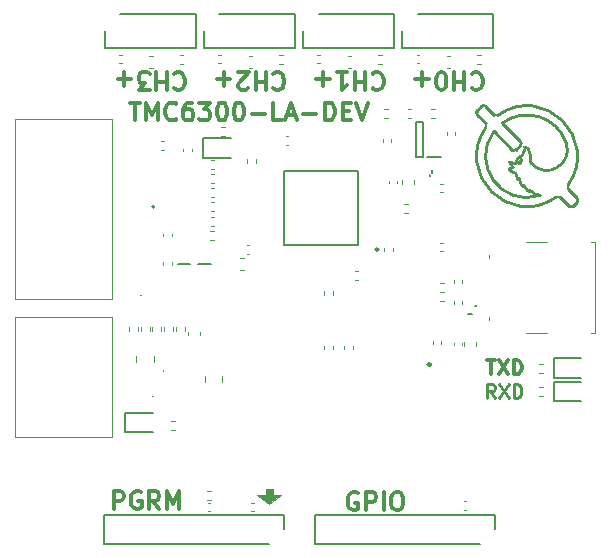
<source format=gbr>
%TF.GenerationSoftware,KiCad,Pcbnew,(6.0.7)*%
%TF.CreationDate,2022-10-13T18:06:46+02:00*%
%TF.ProjectId,TMC6300-dev,544d4336-3330-4302-9d64-65762e6b6963,rev?*%
%TF.SameCoordinates,Original*%
%TF.FileFunction,Legend,Top*%
%TF.FilePolarity,Positive*%
%FSLAX46Y46*%
G04 Gerber Fmt 4.6, Leading zero omitted, Abs format (unit mm)*
G04 Created by KiCad (PCBNEW (6.0.7)) date 2022-10-13 18:06:46*
%MOMM*%
%LPD*%
G01*
G04 APERTURE LIST*
%ADD10C,0.250000*%
%ADD11C,0.120000*%
%ADD12C,0.300000*%
%ADD13C,0.287500*%
%ADD14C,0.200000*%
%ADD15C,0.100000*%
G04 APERTURE END LIST*
D10*
X176734358Y-89882057D02*
X176626892Y-90202388D01*
X180702898Y-92076067D02*
G75*
G03*
X180729921Y-92397709I203802J-144833D01*
G01*
X174454971Y-86122759D02*
X173724229Y-85392016D01*
X180564123Y-88521558D02*
G75*
G03*
X175142957Y-86810744I-3325223J-1092242D01*
G01*
X173017122Y-86099123D02*
X173747865Y-86829865D01*
X180022780Y-93104850D02*
G75*
G03*
X179701197Y-93077825I-176780J-176750D01*
G01*
X176670536Y-88691876D02*
G75*
G03*
X176670540Y-88338327I-176736J176776D01*
G01*
X176504225Y-90161235D02*
X176734358Y-89882057D01*
X176670540Y-88338327D02*
X175142957Y-86810744D01*
X174435850Y-87517851D02*
X175963433Y-89045434D01*
X173774878Y-87151499D02*
G75*
G03*
X179701197Y-93077825I3464022J-2462301D01*
G01*
X177485301Y-92479571D02*
G75*
G03*
X177466782Y-92641832I172099J-101829D01*
G01*
X173017076Y-85745523D02*
G75*
G03*
X173017122Y-86099123I176824J-176777D01*
G01*
X173774812Y-87151453D02*
G75*
G03*
X173747865Y-86829865I-203712J144853D01*
G01*
X177485335Y-92479572D02*
G75*
G03*
X177949185Y-92844465I691665J401972D01*
G01*
X174435872Y-87517867D02*
G75*
G03*
X178362179Y-92928637I2803028J-2095933D01*
G01*
X176951184Y-92040408D02*
G75*
G03*
X176884388Y-92189431I133216J-149192D01*
G01*
X176745513Y-92028639D02*
G75*
G03*
X176884388Y-92189431I1888987J1491139D01*
G01*
X177486628Y-89334600D02*
G75*
G03*
X177524866Y-90034237I7561472J62400D01*
G01*
X176316986Y-89045434D02*
X176670540Y-88691880D01*
X181460636Y-93481977D02*
G75*
G03*
X181460664Y-93128451I-176736J176777D01*
G01*
X176951156Y-92040420D02*
G75*
G03*
X177282776Y-92528637I780944J173720D01*
G01*
X177524853Y-90034238D02*
G75*
G03*
X177613258Y-90233510I348447J35338D01*
G01*
X177613244Y-90233523D02*
G75*
G03*
X180564107Y-88521563I1294456J1167923D01*
G01*
X176576523Y-91463209D02*
G75*
G03*
X176467896Y-91585127I81977J-182391D01*
G01*
X180753557Y-93835558D02*
G75*
G03*
X181107111Y-93835558I176777J176778D01*
G01*
X174454929Y-86122801D02*
G75*
G03*
X174776589Y-86149749I176771J176801D01*
G01*
X175723072Y-90092595D02*
G75*
G03*
X176061368Y-90568631I802528J212095D01*
G01*
X180702954Y-92076107D02*
G75*
G03*
X174776589Y-86149749I-3464054J2462307D01*
G01*
X175963433Y-89045434D02*
G75*
G03*
X176316986Y-89045434I176777J176777D01*
G01*
X177486595Y-89334600D02*
G75*
G03*
X177029135Y-88818952I-524195J-4300D01*
G01*
D11*
G36*
X155700000Y-118300000D02*
G01*
X156400000Y-118300000D01*
X155400000Y-119100000D01*
X154400000Y-118300000D01*
X155100000Y-118300000D01*
X155100000Y-117800000D01*
X155700000Y-117800000D01*
X155700000Y-118300000D01*
G37*
X155700000Y-118300000D02*
X156400000Y-118300000D01*
X155400000Y-119100000D01*
X154400000Y-118300000D01*
X155100000Y-118300000D01*
X155100000Y-117800000D01*
X155700000Y-117800000D01*
X155700000Y-118300000D01*
D10*
X173370675Y-85392016D02*
X173017122Y-85745569D01*
X177029135Y-88818952D02*
X176827784Y-89537033D01*
X176282505Y-91047082D02*
G75*
G03*
X176467896Y-91585127I2351795J509382D01*
G01*
X176827805Y-89537086D02*
G75*
G03*
X176267469Y-90215996I345095J-855514D01*
G01*
X181107111Y-93835558D02*
X181460664Y-93482005D01*
X177282774Y-92528640D02*
G75*
G03*
X177466782Y-92641832I1351726J1991240D01*
G01*
X181460664Y-93128451D02*
X180729921Y-92397709D01*
X177949183Y-92844472D02*
G75*
G03*
X178362179Y-92928637I685217J2306972D01*
G01*
X175712954Y-90709240D02*
G75*
G03*
X176282497Y-91047084I687046J509240D01*
G01*
X176061364Y-90568617D02*
G75*
G03*
X175712954Y-90709240I363636J-1402883D01*
G01*
X176576518Y-91463174D02*
G75*
G03*
X176745515Y-92028637I796882J-69826D01*
G01*
X176626892Y-90202388D02*
X176504225Y-90161235D01*
X173724229Y-85392016D02*
G75*
G03*
X173370675Y-85392016I-176777J-176778D01*
G01*
X180022815Y-93104815D02*
X180753557Y-93835558D01*
X176267469Y-90215996D02*
X175723069Y-90092596D01*
D12*
X162900000Y-118150000D02*
X162757142Y-118078571D01*
X162542857Y-118078571D01*
X162328571Y-118150000D01*
X162185714Y-118292857D01*
X162114285Y-118435714D01*
X162042857Y-118721428D01*
X162042857Y-118935714D01*
X162114285Y-119221428D01*
X162185714Y-119364285D01*
X162328571Y-119507142D01*
X162542857Y-119578571D01*
X162685714Y-119578571D01*
X162900000Y-119507142D01*
X162971428Y-119435714D01*
X162971428Y-118935714D01*
X162685714Y-118935714D01*
X163614285Y-119578571D02*
X163614285Y-118078571D01*
X164185714Y-118078571D01*
X164328571Y-118150000D01*
X164400000Y-118221428D01*
X164471428Y-118364285D01*
X164471428Y-118578571D01*
X164400000Y-118721428D01*
X164328571Y-118792857D01*
X164185714Y-118864285D01*
X163614285Y-118864285D01*
X165114285Y-119578571D02*
X165114285Y-118078571D01*
X166114285Y-118078571D02*
X166400000Y-118078571D01*
X166542857Y-118150000D01*
X166685714Y-118292857D01*
X166757142Y-118578571D01*
X166757142Y-119078571D01*
X166685714Y-119364285D01*
X166542857Y-119507142D01*
X166400000Y-119578571D01*
X166114285Y-119578571D01*
X165971428Y-119507142D01*
X165828571Y-119364285D01*
X165757142Y-119078571D01*
X165757142Y-118578571D01*
X165828571Y-118292857D01*
X165971428Y-118150000D01*
X166114285Y-118078571D01*
X155764285Y-82664285D02*
X155835714Y-82592857D01*
X156050000Y-82521428D01*
X156192857Y-82521428D01*
X156407142Y-82592857D01*
X156550000Y-82735714D01*
X156621428Y-82878571D01*
X156692857Y-83164285D01*
X156692857Y-83378571D01*
X156621428Y-83664285D01*
X156550000Y-83807142D01*
X156407142Y-83950000D01*
X156192857Y-84021428D01*
X156050000Y-84021428D01*
X155835714Y-83950000D01*
X155764285Y-83878571D01*
X155121428Y-82521428D02*
X155121428Y-84021428D01*
X155121428Y-83307142D02*
X154264285Y-83307142D01*
X154264285Y-82521428D02*
X154264285Y-84021428D01*
X153621428Y-83878571D02*
X153550000Y-83950000D01*
X153407142Y-84021428D01*
X153050000Y-84021428D01*
X152907142Y-83950000D01*
X152835714Y-83878571D01*
X152764285Y-83735714D01*
X152764285Y-83592857D01*
X152835714Y-83378571D01*
X153692857Y-82521428D01*
X152764285Y-82521428D01*
X152121428Y-83092857D02*
X150978571Y-83092857D01*
X151550000Y-82521428D02*
X151550000Y-83664285D01*
X172564285Y-82664285D02*
X172635714Y-82592857D01*
X172850000Y-82521428D01*
X172992857Y-82521428D01*
X173207142Y-82592857D01*
X173350000Y-82735714D01*
X173421428Y-82878571D01*
X173492857Y-83164285D01*
X173492857Y-83378571D01*
X173421428Y-83664285D01*
X173350000Y-83807142D01*
X173207142Y-83950000D01*
X172992857Y-84021428D01*
X172850000Y-84021428D01*
X172635714Y-83950000D01*
X172564285Y-83878571D01*
X171921428Y-82521428D02*
X171921428Y-84021428D01*
X171921428Y-83307142D02*
X171064285Y-83307142D01*
X171064285Y-82521428D02*
X171064285Y-84021428D01*
X170064285Y-84021428D02*
X169921428Y-84021428D01*
X169778571Y-83950000D01*
X169707142Y-83878571D01*
X169635714Y-83735714D01*
X169564285Y-83450000D01*
X169564285Y-83092857D01*
X169635714Y-82807142D01*
X169707142Y-82664285D01*
X169778571Y-82592857D01*
X169921428Y-82521428D01*
X170064285Y-82521428D01*
X170207142Y-82592857D01*
X170278571Y-82664285D01*
X170350000Y-82807142D01*
X170421428Y-83092857D01*
X170421428Y-83450000D01*
X170350000Y-83735714D01*
X170278571Y-83878571D01*
X170207142Y-83950000D01*
X170064285Y-84021428D01*
X168921428Y-83092857D02*
X167778571Y-83092857D01*
X168350000Y-82521428D02*
X168350000Y-83664285D01*
X164164285Y-82664285D02*
X164235714Y-82592857D01*
X164450000Y-82521428D01*
X164592857Y-82521428D01*
X164807142Y-82592857D01*
X164950000Y-82735714D01*
X165021428Y-82878571D01*
X165092857Y-83164285D01*
X165092857Y-83378571D01*
X165021428Y-83664285D01*
X164950000Y-83807142D01*
X164807142Y-83950000D01*
X164592857Y-84021428D01*
X164450000Y-84021428D01*
X164235714Y-83950000D01*
X164164285Y-83878571D01*
X163521428Y-82521428D02*
X163521428Y-84021428D01*
X163521428Y-83307142D02*
X162664285Y-83307142D01*
X162664285Y-82521428D02*
X162664285Y-84021428D01*
X161164285Y-82521428D02*
X162021428Y-82521428D01*
X161592857Y-82521428D02*
X161592857Y-84021428D01*
X161735714Y-83807142D01*
X161878571Y-83664285D01*
X162021428Y-83592857D01*
X160521428Y-83092857D02*
X159378571Y-83092857D01*
X159950000Y-82521428D02*
X159950000Y-83664285D01*
D13*
X174523333Y-110092857D02*
X174140000Y-109521428D01*
X173866190Y-110092857D02*
X173866190Y-108892857D01*
X174304285Y-108892857D01*
X174413809Y-108950000D01*
X174468571Y-109007142D01*
X174523333Y-109121428D01*
X174523333Y-109292857D01*
X174468571Y-109407142D01*
X174413809Y-109464285D01*
X174304285Y-109521428D01*
X173866190Y-109521428D01*
X174906666Y-108892857D02*
X175673333Y-110092857D01*
X175673333Y-108892857D02*
X174906666Y-110092857D01*
X176111428Y-110092857D02*
X176111428Y-108892857D01*
X176385238Y-108892857D01*
X176549523Y-108950000D01*
X176659047Y-109064285D01*
X176713809Y-109178571D01*
X176768571Y-109407142D01*
X176768571Y-109578571D01*
X176713809Y-109807142D01*
X176659047Y-109921428D01*
X176549523Y-110035714D01*
X176385238Y-110092857D01*
X176111428Y-110092857D01*
D12*
X143628571Y-85078571D02*
X144485714Y-85078571D01*
X144057142Y-86578571D02*
X144057142Y-85078571D01*
X144985714Y-86578571D02*
X144985714Y-85078571D01*
X145485714Y-86150000D01*
X145985714Y-85078571D01*
X145985714Y-86578571D01*
X147557142Y-86435714D02*
X147485714Y-86507142D01*
X147271428Y-86578571D01*
X147128571Y-86578571D01*
X146914285Y-86507142D01*
X146771428Y-86364285D01*
X146700000Y-86221428D01*
X146628571Y-85935714D01*
X146628571Y-85721428D01*
X146700000Y-85435714D01*
X146771428Y-85292857D01*
X146914285Y-85150000D01*
X147128571Y-85078571D01*
X147271428Y-85078571D01*
X147485714Y-85150000D01*
X147557142Y-85221428D01*
X148842857Y-85078571D02*
X148557142Y-85078571D01*
X148414285Y-85150000D01*
X148342857Y-85221428D01*
X148200000Y-85435714D01*
X148128571Y-85721428D01*
X148128571Y-86292857D01*
X148200000Y-86435714D01*
X148271428Y-86507142D01*
X148414285Y-86578571D01*
X148700000Y-86578571D01*
X148842857Y-86507142D01*
X148914285Y-86435714D01*
X148985714Y-86292857D01*
X148985714Y-85935714D01*
X148914285Y-85792857D01*
X148842857Y-85721428D01*
X148700000Y-85650000D01*
X148414285Y-85650000D01*
X148271428Y-85721428D01*
X148200000Y-85792857D01*
X148128571Y-85935714D01*
X149485714Y-85078571D02*
X150414285Y-85078571D01*
X149914285Y-85650000D01*
X150128571Y-85650000D01*
X150271428Y-85721428D01*
X150342857Y-85792857D01*
X150414285Y-85935714D01*
X150414285Y-86292857D01*
X150342857Y-86435714D01*
X150271428Y-86507142D01*
X150128571Y-86578571D01*
X149700000Y-86578571D01*
X149557142Y-86507142D01*
X149485714Y-86435714D01*
X151342857Y-85078571D02*
X151485714Y-85078571D01*
X151628571Y-85150000D01*
X151700000Y-85221428D01*
X151771428Y-85364285D01*
X151842857Y-85650000D01*
X151842857Y-86007142D01*
X151771428Y-86292857D01*
X151700000Y-86435714D01*
X151628571Y-86507142D01*
X151485714Y-86578571D01*
X151342857Y-86578571D01*
X151200000Y-86507142D01*
X151128571Y-86435714D01*
X151057142Y-86292857D01*
X150985714Y-86007142D01*
X150985714Y-85650000D01*
X151057142Y-85364285D01*
X151128571Y-85221428D01*
X151200000Y-85150000D01*
X151342857Y-85078571D01*
X152771428Y-85078571D02*
X152914285Y-85078571D01*
X153057142Y-85150000D01*
X153128571Y-85221428D01*
X153200000Y-85364285D01*
X153271428Y-85650000D01*
X153271428Y-86007142D01*
X153200000Y-86292857D01*
X153128571Y-86435714D01*
X153057142Y-86507142D01*
X152914285Y-86578571D01*
X152771428Y-86578571D01*
X152628571Y-86507142D01*
X152557142Y-86435714D01*
X152485714Y-86292857D01*
X152414285Y-86007142D01*
X152414285Y-85650000D01*
X152485714Y-85364285D01*
X152557142Y-85221428D01*
X152628571Y-85150000D01*
X152771428Y-85078571D01*
X153914285Y-86007142D02*
X155057142Y-86007142D01*
X156485714Y-86578571D02*
X155771428Y-86578571D01*
X155771428Y-85078571D01*
X156914285Y-86150000D02*
X157628571Y-86150000D01*
X156771428Y-86578571D02*
X157271428Y-85078571D01*
X157771428Y-86578571D01*
X158271428Y-86007142D02*
X159414285Y-86007142D01*
X160128571Y-86578571D02*
X160128571Y-85078571D01*
X160485714Y-85078571D01*
X160700000Y-85150000D01*
X160842857Y-85292857D01*
X160914285Y-85435714D01*
X160985714Y-85721428D01*
X160985714Y-85935714D01*
X160914285Y-86221428D01*
X160842857Y-86364285D01*
X160700000Y-86507142D01*
X160485714Y-86578571D01*
X160128571Y-86578571D01*
X161628571Y-85792857D02*
X162128571Y-85792857D01*
X162342857Y-86578571D02*
X161628571Y-86578571D01*
X161628571Y-85078571D01*
X162342857Y-85078571D01*
X162771428Y-85078571D02*
X163271428Y-86578571D01*
X163771428Y-85078571D01*
X147364285Y-82664285D02*
X147435714Y-82592857D01*
X147650000Y-82521428D01*
X147792857Y-82521428D01*
X148007142Y-82592857D01*
X148150000Y-82735714D01*
X148221428Y-82878571D01*
X148292857Y-83164285D01*
X148292857Y-83378571D01*
X148221428Y-83664285D01*
X148150000Y-83807142D01*
X148007142Y-83950000D01*
X147792857Y-84021428D01*
X147650000Y-84021428D01*
X147435714Y-83950000D01*
X147364285Y-83878571D01*
X146721428Y-82521428D02*
X146721428Y-84021428D01*
X146721428Y-83307142D02*
X145864285Y-83307142D01*
X145864285Y-82521428D02*
X145864285Y-84021428D01*
X145292857Y-84021428D02*
X144364285Y-84021428D01*
X144864285Y-83450000D01*
X144650000Y-83450000D01*
X144507142Y-83378571D01*
X144435714Y-83307142D01*
X144364285Y-83164285D01*
X144364285Y-82807142D01*
X144435714Y-82664285D01*
X144507142Y-82592857D01*
X144650000Y-82521428D01*
X145078571Y-82521428D01*
X145221428Y-82592857D01*
X145292857Y-82664285D01*
X143721428Y-83092857D02*
X142578571Y-83092857D01*
X143150000Y-82521428D02*
X143150000Y-83664285D01*
X173885714Y-106892857D02*
X174571428Y-106892857D01*
X174228571Y-108092857D02*
X174228571Y-106892857D01*
X174857142Y-106892857D02*
X175657142Y-108092857D01*
X175657142Y-106892857D02*
X174857142Y-108092857D01*
X176114285Y-108092857D02*
X176114285Y-106892857D01*
X176400000Y-106892857D01*
X176571428Y-106950000D01*
X176685714Y-107064285D01*
X176742857Y-107178571D01*
X176800000Y-107407142D01*
X176800000Y-107578571D01*
X176742857Y-107807142D01*
X176685714Y-107921428D01*
X176571428Y-108035714D01*
X176400000Y-108092857D01*
X176114285Y-108092857D01*
X142250000Y-119478571D02*
X142250000Y-117978571D01*
X142821428Y-117978571D01*
X142964285Y-118050000D01*
X143035714Y-118121428D01*
X143107142Y-118264285D01*
X143107142Y-118478571D01*
X143035714Y-118621428D01*
X142964285Y-118692857D01*
X142821428Y-118764285D01*
X142250000Y-118764285D01*
X144535714Y-118050000D02*
X144392857Y-117978571D01*
X144178571Y-117978571D01*
X143964285Y-118050000D01*
X143821428Y-118192857D01*
X143750000Y-118335714D01*
X143678571Y-118621428D01*
X143678571Y-118835714D01*
X143750000Y-119121428D01*
X143821428Y-119264285D01*
X143964285Y-119407142D01*
X144178571Y-119478571D01*
X144321428Y-119478571D01*
X144535714Y-119407142D01*
X144607142Y-119335714D01*
X144607142Y-118835714D01*
X144321428Y-118835714D01*
X146107142Y-119478571D02*
X145607142Y-118764285D01*
X145250000Y-119478571D02*
X145250000Y-117978571D01*
X145821428Y-117978571D01*
X145964285Y-118050000D01*
X146035714Y-118121428D01*
X146107142Y-118264285D01*
X146107142Y-118478571D01*
X146035714Y-118621428D01*
X145964285Y-118692857D01*
X145821428Y-118764285D01*
X145250000Y-118764285D01*
X146750000Y-119478571D02*
X146750000Y-117978571D01*
X147250000Y-119050000D01*
X147750000Y-117978571D01*
X147750000Y-119478571D01*
D11*
%TO.C,C105*%
X153940580Y-81090000D02*
X153659420Y-81090000D01*
X153940580Y-82110000D02*
X153659420Y-82110000D01*
D14*
%TO.C,FB101*%
X172250000Y-103000000D02*
X172550000Y-103000000D01*
D11*
%TO.C,R126*%
X170203641Y-101120000D02*
X169896359Y-101120000D01*
X170203641Y-101880000D02*
X169896359Y-101880000D01*
%TO.C,C110*%
X142692164Y-81760000D02*
X142907836Y-81760000D01*
X142692164Y-81040000D02*
X142907836Y-81040000D01*
%TO.C,R115*%
X160780000Y-101046359D02*
X160780000Y-101353641D01*
X160020000Y-101046359D02*
X160020000Y-101353641D01*
%TO.C,R109*%
X169453641Y-85620000D02*
X169146359Y-85620000D01*
X169453641Y-86380000D02*
X169146359Y-86380000D01*
%TO.C,C109*%
X151092164Y-81040000D02*
X151307836Y-81040000D01*
X151092164Y-81760000D02*
X151307836Y-81760000D01*
%TO.C,C120*%
X150192164Y-119660000D02*
X150407836Y-119660000D01*
X150192164Y-118940000D02*
X150407836Y-118940000D01*
%TO.C,C107*%
X167892164Y-81040000D02*
X168107836Y-81040000D01*
X167892164Y-81760000D02*
X168107836Y-81760000D01*
%TO.C,R114*%
X147096359Y-112830000D02*
X147403641Y-112830000D01*
X147096359Y-112070000D02*
X147403641Y-112070000D01*
%TO.C,R107*%
X148280000Y-104403641D02*
X148280000Y-104096359D01*
X147520000Y-104403641D02*
X147520000Y-104096359D01*
%TO.C,C131*%
X156792164Y-88660000D02*
X157007836Y-88660000D01*
X156792164Y-87940000D02*
X157007836Y-87940000D01*
%TO.C,C106*%
X145540580Y-81090000D02*
X145259420Y-81090000D01*
X145540580Y-82110000D02*
X145259420Y-82110000D01*
%TO.C,C117*%
X149560000Y-104509420D02*
X149560000Y-104790580D01*
X148540000Y-104509420D02*
X148540000Y-104790580D01*
%TO.C,C118*%
X154127836Y-119660000D02*
X153912164Y-119660000D01*
X154127836Y-118940000D02*
X153912164Y-118940000D01*
%TO.C,C135*%
X166260000Y-91692164D02*
X166260000Y-91907836D01*
X165540000Y-91692164D02*
X165540000Y-91907836D01*
%TO.C,R117*%
X165453641Y-85620000D02*
X165146359Y-85620000D01*
X165453641Y-86380000D02*
X165146359Y-86380000D01*
%TO.C,R113*%
X150443641Y-117920000D02*
X150136359Y-117920000D01*
X150443641Y-118680000D02*
X150136359Y-118680000D01*
%TO.C,C127*%
X169240000Y-105507836D02*
X169240000Y-105292164D01*
X169960000Y-105507836D02*
X169960000Y-105292164D01*
%TO.C,R120*%
X150426359Y-95920000D02*
X150733641Y-95920000D01*
X150426359Y-96680000D02*
X150733641Y-96680000D01*
D10*
%TO.C,IC104*%
X169100000Y-107250000D02*
G75*
G03*
X169100000Y-107250000I-125000J0D01*
G01*
D11*
%TO.C,C101*%
X146440000Y-96407836D02*
X146440000Y-96192164D01*
X147160000Y-96407836D02*
X147160000Y-96192164D01*
D14*
%TO.C,J104*%
X149200000Y-77575000D02*
X142800000Y-77575000D01*
X141480000Y-80425000D02*
X149200000Y-80425000D01*
X149200000Y-80425000D02*
X149200000Y-77575000D01*
X141480000Y-79000000D02*
X141480000Y-80425000D01*
D11*
%TO.C,R129*%
X160020000Y-105953641D02*
X160020000Y-105646359D01*
X160780000Y-105953641D02*
X160780000Y-105646359D01*
D14*
%TO.C,Y101*%
X169000000Y-91200000D02*
X169000000Y-91200000D01*
X169000000Y-91200000D02*
X169000000Y-91200000D01*
X169000000Y-91300000D02*
X169000000Y-91300000D01*
X169000000Y-91200000D02*
G75*
G03*
X169000000Y-91300000I0J-50000D01*
G01*
X169000000Y-91300000D02*
G75*
G03*
X169000000Y-91200000I0J50000D01*
G01*
X169000000Y-91200000D02*
G75*
G03*
X169000000Y-91300000I0J-50000D01*
G01*
D11*
%TO.C,R121*%
X150446359Y-95480000D02*
X150753641Y-95480000D01*
X150446359Y-94720000D02*
X150753641Y-94720000D01*
%TO.C,C122*%
X172107836Y-119560000D02*
X171892164Y-119560000D01*
X172107836Y-118840000D02*
X171892164Y-118840000D01*
%TO.C,C102*%
X146440000Y-98592164D02*
X146440000Y-98807836D01*
X147160000Y-98592164D02*
X147160000Y-98807836D01*
%TO.C,R105*%
X151653641Y-87880000D02*
X151346359Y-87880000D01*
X151653641Y-87120000D02*
X151346359Y-87120000D01*
%TO.C,C126*%
X171760000Y-105392164D02*
X171760000Y-105607836D01*
X171040000Y-105392164D02*
X171040000Y-105607836D01*
D14*
%TO.C,J101*%
X174400000Y-80425000D02*
X174400000Y-77575000D01*
X166680000Y-79000000D02*
X166680000Y-80425000D01*
X174400000Y-77575000D02*
X168000000Y-77575000D01*
X166680000Y-80425000D02*
X174400000Y-80425000D01*
D11*
%TO.C,C104*%
X162340580Y-81090000D02*
X162059420Y-81090000D01*
X162340580Y-82110000D02*
X162059420Y-82110000D01*
D15*
%TO.C,J107*%
X133900000Y-113380000D02*
X133900000Y-103220000D01*
X142100000Y-113380000D02*
X133900000Y-113380000D01*
X142100000Y-103220000D02*
X142100000Y-113380000D01*
X133900000Y-103220000D02*
X142100000Y-103220000D01*
D14*
%TO.C,C111*%
X148725000Y-98700000D02*
X147675000Y-98700000D01*
D11*
%TO.C,C115*%
X146292164Y-88340000D02*
X146507836Y-88340000D01*
X146292164Y-89060000D02*
X146507836Y-89060000D01*
D14*
%TO.C,LED103*%
X179525000Y-110375000D02*
X181850000Y-110375000D01*
X181850000Y-108725000D02*
X179525000Y-108725000D01*
X179525000Y-108725000D02*
X179525000Y-110375000D01*
D11*
%TO.C,R116*%
X167453641Y-86380000D02*
X167146359Y-86380000D01*
X167453641Y-85620000D02*
X167146359Y-85620000D01*
D14*
%TO.C,IC105*%
X156650000Y-97150000D02*
X156650000Y-90850000D01*
X162950000Y-90850000D02*
X162950000Y-97150000D01*
X156650000Y-90850000D02*
X162950000Y-90850000D01*
X162950000Y-97150000D02*
X156650000Y-97150000D01*
D10*
X164650000Y-97500000D02*
G75*
G03*
X164650000Y-97500000I-125000J0D01*
G01*
D14*
%TO.C,J106*%
X155400000Y-122405000D02*
X141430000Y-122405000D01*
X156670000Y-119995000D02*
X156670000Y-121200000D01*
X141430000Y-119995000D02*
X156670000Y-119995000D01*
X141430000Y-122405000D02*
X141430000Y-119995000D01*
D11*
%TO.C,R123*%
X150446359Y-92320000D02*
X150753641Y-92320000D01*
X150446359Y-93080000D02*
X150753641Y-93080000D01*
%TO.C,C119*%
X170440000Y-87807836D02*
X170440000Y-87592164D01*
X171160000Y-87807836D02*
X171160000Y-87592164D01*
%TO.C,R110*%
X145520000Y-104403641D02*
X145520000Y-104096359D01*
X146280000Y-104403641D02*
X146280000Y-104096359D01*
%TO.C,C125*%
X169892164Y-91940000D02*
X170107836Y-91940000D01*
X169892164Y-92660000D02*
X170107836Y-92660000D01*
%TO.C,C133*%
X165860000Y-97392164D02*
X165860000Y-97607836D01*
X165140000Y-97392164D02*
X165140000Y-97607836D01*
D14*
%TO.C,R108*%
X144575000Y-101400000D02*
G75*
G03*
X144575000Y-101400000I-50000J0D01*
G01*
D11*
%TO.C,R106*%
X146520000Y-104096359D02*
X146520000Y-104403641D01*
X147280000Y-104096359D02*
X147280000Y-104403641D01*
D15*
%TO.C,J105*%
X142100000Y-86480000D02*
X142100000Y-101720000D01*
X133900000Y-86480000D02*
X142100000Y-86480000D01*
X133900000Y-101720000D02*
X133900000Y-86480000D01*
X142100000Y-101720000D02*
X133900000Y-101720000D01*
D11*
%TO.C,C121*%
X165735000Y-88407836D02*
X165735000Y-88192164D01*
X165015000Y-88407836D02*
X165015000Y-88192164D01*
D14*
%TO.C,J103*%
X149880000Y-80425000D02*
X157600000Y-80425000D01*
X149880000Y-79000000D02*
X149880000Y-80425000D01*
X157600000Y-77575000D02*
X151200000Y-77575000D01*
X157600000Y-80425000D02*
X157600000Y-77575000D01*
D11*
%TO.C,C132*%
X153707836Y-97140000D02*
X153492164Y-97140000D01*
X153707836Y-97860000D02*
X153492164Y-97860000D01*
D14*
%TO.C,IC101*%
X145700000Y-93900000D02*
G75*
G03*
X145700000Y-93900000I-100000J0D01*
G01*
D11*
%TO.C,C124*%
X171040000Y-100307836D02*
X171040000Y-100092164D01*
X171760000Y-100307836D02*
X171760000Y-100092164D01*
%TO.C,R102*%
X164646359Y-81780000D02*
X164953641Y-81780000D01*
X164646359Y-81020000D02*
X164953641Y-81020000D01*
%TO.C,C130*%
X169892164Y-97660000D02*
X170107836Y-97660000D01*
X169892164Y-96940000D02*
X170107836Y-96940000D01*
D14*
%TO.C,IC103*%
X167800000Y-89650000D02*
X167800000Y-86750000D01*
X168400000Y-89650000D02*
X167800000Y-89650000D01*
X167800000Y-86750000D02*
X168400000Y-86750000D01*
X169950000Y-89700000D02*
X168750000Y-89700000D01*
X168400000Y-86750000D02*
X168400000Y-89650000D01*
%TO.C,LED102*%
X179525000Y-108375000D02*
X181850000Y-108375000D01*
X179525000Y-106725000D02*
X179525000Y-108375000D01*
X181850000Y-106725000D02*
X179525000Y-106725000D01*
D15*
%TO.C,J109*%
X183000000Y-104550000D02*
X183000000Y-104550000D01*
X177150000Y-104550000D02*
X177150000Y-104550000D01*
X178900000Y-96850000D02*
X177150000Y-96850000D01*
X182650000Y-104550000D02*
X183000000Y-104550000D01*
X178900000Y-104550000D02*
X177150000Y-104550000D01*
X174000000Y-97950000D02*
X174000000Y-97950000D01*
X183000000Y-96850000D02*
X183000000Y-104550000D01*
X177150000Y-104550000D02*
X178900000Y-104550000D01*
X177150000Y-96850000D02*
X178900000Y-96850000D01*
X178900000Y-104550000D02*
X178900000Y-104550000D01*
X182650000Y-104550000D02*
X182650000Y-104550000D01*
D14*
X172950000Y-102300000D02*
X172950000Y-102300000D01*
D15*
X183000000Y-96850000D02*
X183000000Y-96850000D01*
X182650000Y-96850000D02*
X182650000Y-96850000D01*
X177150000Y-96850000D02*
X177150000Y-96850000D01*
X183000000Y-104550000D02*
X183000000Y-96850000D01*
X174000000Y-97950000D02*
X174000000Y-98200000D01*
X178900000Y-96850000D02*
X178900000Y-96850000D01*
X183000000Y-96850000D02*
X182650000Y-96850000D01*
X182650000Y-96850000D02*
X183000000Y-96850000D01*
X174000000Y-103200000D02*
X174000000Y-103450000D01*
X174000000Y-98200000D02*
X174000000Y-97950000D01*
X174000000Y-103450000D02*
X174000000Y-103200000D01*
D14*
X172850000Y-102300000D02*
X172850000Y-102300000D01*
D15*
X183000000Y-96850000D02*
X183000000Y-96850000D01*
X183000000Y-104550000D02*
X182650000Y-104550000D01*
X183000000Y-104550000D02*
X183000000Y-104550000D01*
X174000000Y-103450000D02*
X174000000Y-103450000D01*
D14*
X172950000Y-102300000D02*
X172950000Y-102300000D01*
D15*
X174000000Y-98200000D02*
X174000000Y-98200000D01*
X174000000Y-103200000D02*
X174000000Y-103200000D01*
D14*
X172950000Y-102300000D02*
G75*
G03*
X172850000Y-102300000I-50000J0D01*
G01*
X172950000Y-102300000D02*
G75*
G03*
X172850000Y-102300000I-50000J0D01*
G01*
X172850000Y-102300000D02*
G75*
G03*
X172950000Y-102300000I50000J0D01*
G01*
D11*
%TO.C,C108*%
X159492164Y-81040000D02*
X159707836Y-81040000D01*
X159492164Y-81760000D02*
X159707836Y-81760000D01*
D14*
%TO.C,LED104*%
X149825000Y-89725000D02*
X152150000Y-89725000D01*
X149825000Y-88075000D02*
X149825000Y-89725000D01*
X152150000Y-88075000D02*
X149825000Y-88075000D01*
D11*
%TO.C,R128*%
X167153641Y-93620000D02*
X166846359Y-93620000D01*
X167153641Y-94380000D02*
X166846359Y-94380000D01*
D15*
%TO.C,IC102*%
X146400000Y-107700000D02*
X146400000Y-107700000D01*
X146400000Y-107800000D02*
X146400000Y-107800000D01*
X146400000Y-107700000D02*
G75*
G03*
X146400000Y-107800000I0J-50000D01*
G01*
X146400000Y-107800000D02*
G75*
G03*
X146400000Y-107700000I0J50000D01*
G01*
D11*
%TO.C,R112*%
X145280000Y-104096359D02*
X145280000Y-104403641D01*
X144520000Y-104096359D02*
X144520000Y-104403641D01*
%TO.C,R127*%
X170203641Y-101080000D02*
X169896359Y-101080000D01*
X170203641Y-100320000D02*
X169896359Y-100320000D01*
%TO.C,R131*%
X154280000Y-89846359D02*
X154280000Y-90153641D01*
X153520000Y-89846359D02*
X153520000Y-90153641D01*
%TO.C,R104*%
X147846359Y-81020000D02*
X148153641Y-81020000D01*
X147846359Y-81780000D02*
X148153641Y-81780000D01*
%TO.C,C136*%
X167710000Y-91659420D02*
X167710000Y-91940580D01*
X166690000Y-91659420D02*
X166690000Y-91940580D01*
%TO.C,R130*%
X162480000Y-105953641D02*
X162480000Y-105646359D01*
X161720000Y-105953641D02*
X161720000Y-105646359D01*
%TO.C,C128*%
X171890000Y-105359420D02*
X171890000Y-105640580D01*
X172910000Y-105359420D02*
X172910000Y-105640580D01*
%TO.C,R103*%
X156246359Y-81780000D02*
X156553641Y-81780000D01*
X156246359Y-81020000D02*
X156553641Y-81020000D01*
%TO.C,R119*%
X178246359Y-109930000D02*
X178553641Y-109930000D01*
X178246359Y-109170000D02*
X178553641Y-109170000D01*
D14*
%TO.C,LED101*%
X143225000Y-112975000D02*
X145550000Y-112975000D01*
X143225000Y-111325000D02*
X143225000Y-112975000D01*
X145550000Y-111325000D02*
X143225000Y-111325000D01*
%TO.C,FB102*%
X169200000Y-91050000D02*
X169200000Y-90750000D01*
D11*
%TO.C,R101*%
X173046359Y-81020000D02*
X173353641Y-81020000D01*
X173046359Y-81780000D02*
X173353641Y-81780000D01*
%TO.C,R118*%
X178246359Y-107170000D02*
X178553641Y-107170000D01*
X178246359Y-107930000D02*
X178553641Y-107930000D01*
%TO.C,R111*%
X143520000Y-104403641D02*
X143520000Y-104096359D01*
X144280000Y-104403641D02*
X144280000Y-104096359D01*
D14*
%TO.C,J102*%
X158280000Y-80425000D02*
X166000000Y-80425000D01*
X166000000Y-80425000D02*
X166000000Y-77575000D01*
X158280000Y-79000000D02*
X158280000Y-80425000D01*
X166000000Y-77575000D02*
X159600000Y-77575000D01*
D11*
%TO.C,C123*%
X171760000Y-102107836D02*
X171760000Y-101892164D01*
X171040000Y-102107836D02*
X171040000Y-101892164D01*
%TO.C,C134*%
X153240580Y-99210000D02*
X152959420Y-99210000D01*
X153240580Y-98190000D02*
X152959420Y-98190000D01*
%TO.C,R122*%
X150446359Y-94280000D02*
X150753641Y-94280000D01*
X150446359Y-93520000D02*
X150753641Y-93520000D01*
%TO.C,C114*%
X144165000Y-107011252D02*
X144165000Y-106488748D01*
X145635000Y-107011252D02*
X145635000Y-106488748D01*
%TO.C,C129*%
X162907836Y-99340000D02*
X162692164Y-99340000D01*
X162907836Y-100060000D02*
X162692164Y-100060000D01*
D14*
%TO.C,L101*%
X145600000Y-109950000D02*
G75*
G03*
X145600000Y-109950000I-50000J0D01*
G01*
D11*
%TO.C,C116*%
X151435000Y-108761252D02*
X151435000Y-108238748D01*
X149965000Y-108761252D02*
X149965000Y-108238748D01*
%TO.C,C103*%
X170740580Y-81090000D02*
X170459420Y-81090000D01*
X170740580Y-82110000D02*
X170459420Y-82110000D01*
D14*
%TO.C,J108*%
X159330000Y-122405000D02*
X159330000Y-119995000D01*
X173300000Y-122405000D02*
X159330000Y-122405000D01*
X159330000Y-119995000D02*
X174570000Y-119995000D01*
X174570000Y-119995000D02*
X174570000Y-121200000D01*
D11*
%TO.C,R124*%
X150446359Y-91880000D02*
X150753641Y-91880000D01*
X150446359Y-91120000D02*
X150753641Y-91120000D01*
D14*
%TO.C,C112*%
X150475000Y-98700000D02*
X149425000Y-98700000D01*
D11*
%TO.C,R125*%
X150446359Y-89920000D02*
X150753641Y-89920000D01*
X150446359Y-90680000D02*
X150753641Y-90680000D01*
%TO.C,C113*%
X148140000Y-88992164D02*
X148140000Y-89207836D01*
X148860000Y-88992164D02*
X148860000Y-89207836D01*
%TD*%
M02*

</source>
